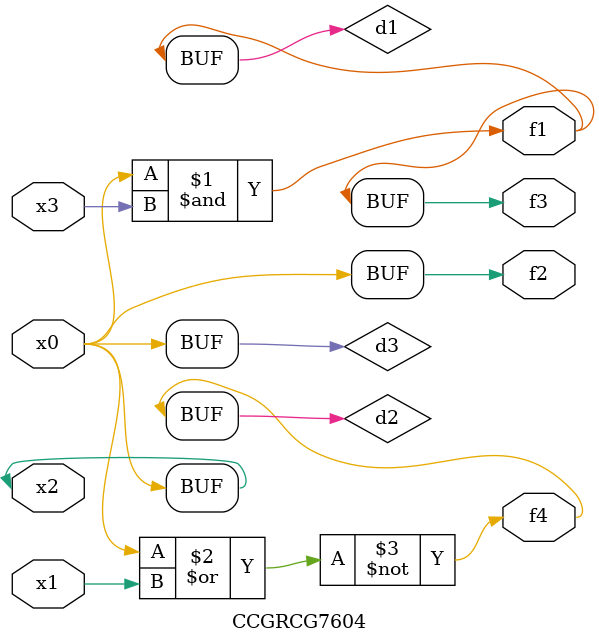
<source format=v>
module CCGRCG7604(
	input x0, x1, x2, x3,
	output f1, f2, f3, f4
);

	wire d1, d2, d3;

	and (d1, x2, x3);
	nor (d2, x0, x1);
	buf (d3, x0, x2);
	assign f1 = d1;
	assign f2 = d3;
	assign f3 = d1;
	assign f4 = d2;
endmodule

</source>
